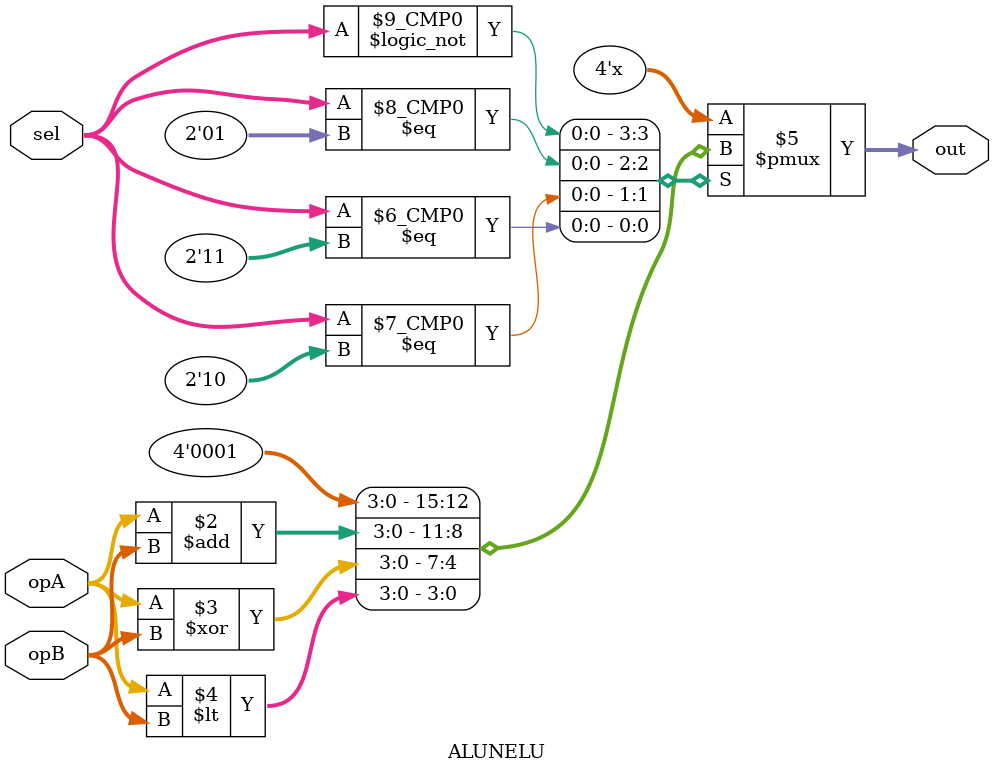
<source format=v>
module ALUNELU (input [2:0] opA, input [2:0] opB, input [1:0] sel,
                     output reg [3:0] out);
                     
    
    always @ ( * )
        case ( sel )
            0: out = 1;
            1: out = opA + opB;
            2: out = opA ^ opB;
            3: out = opA < opB;
          default out = 1;
        endcase
        
endmodule

</source>
